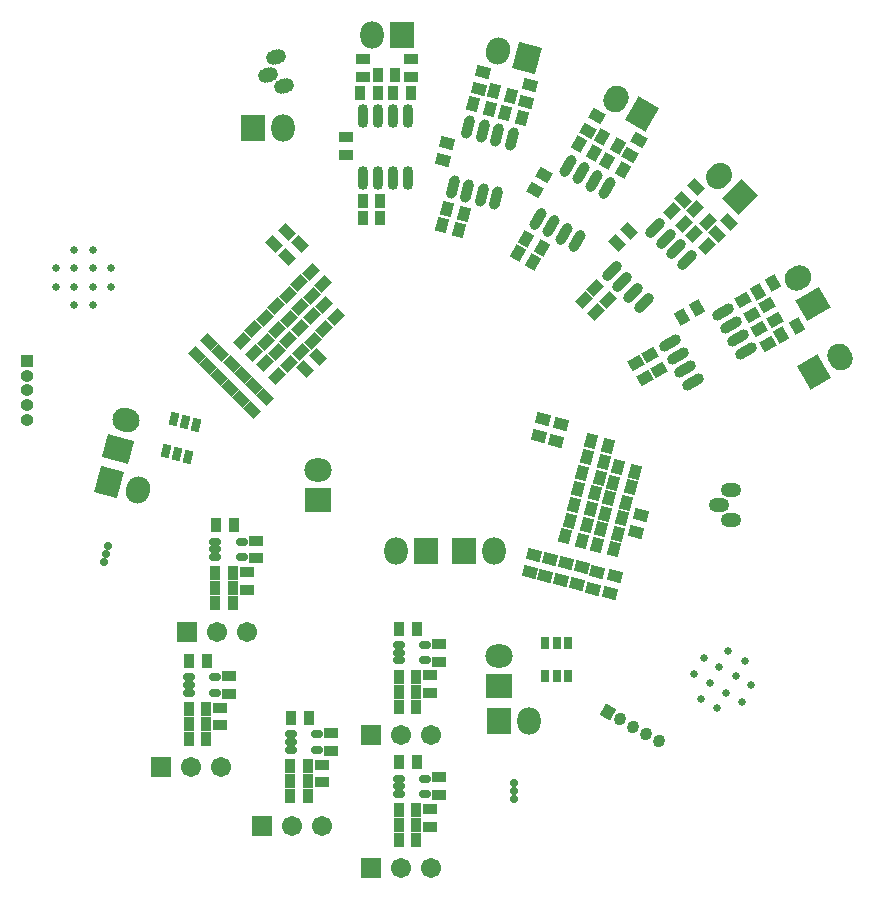
<source format=gbs>
G04*
G04 #@! TF.GenerationSoftware,Altium Limited,Altium Designer,21.1.1 (26)*
G04*
G04 Layer_Color=16711935*
%FSLAX25Y25*%
%MOIN*%
G70*
G04*
G04 #@! TF.SameCoordinates,985859E8-4EFC-4F0D-9A30-7684DD2826E4*
G04*
G04*
G04 #@! TF.FilePolarity,Negative*
G04*
G01*
G75*
G04:AMPARAMS|DCode=98|XSize=37.53mil|YSize=47.37mil|CornerRadius=0mil|HoleSize=0mil|Usage=FLASHONLY|Rotation=150.000|XOffset=0mil|YOffset=0mil|HoleType=Round|Shape=Rectangle|*
%AMROTATEDRECTD98*
4,1,4,0.02809,0.01113,0.00441,-0.02989,-0.02809,-0.01113,-0.00441,0.02989,0.02809,0.01113,0.0*
%
%ADD98ROTATEDRECTD98*%

G04:AMPARAMS|DCode=100|XSize=37.53mil|YSize=47.37mil|CornerRadius=0mil|HoleSize=0mil|Usage=FLASHONLY|Rotation=60.000|XOffset=0mil|YOffset=0mil|HoleType=Round|Shape=Rectangle|*
%AMROTATEDRECTD100*
4,1,4,0.01113,-0.02809,-0.02989,-0.00441,-0.01113,0.02809,0.02989,0.00441,0.01113,-0.02809,0.0*
%
%ADD100ROTATEDRECTD100*%

G04:AMPARAMS|DCode=104|XSize=37.53mil|YSize=47.37mil|CornerRadius=0mil|HoleSize=0mil|Usage=FLASHONLY|Rotation=255.000|XOffset=0mil|YOffset=0mil|HoleType=Round|Shape=Rectangle|*
%AMROTATEDRECTD104*
4,1,4,-0.01802,0.02426,0.02774,0.01199,0.01802,-0.02426,-0.02774,-0.01199,-0.01802,0.02426,0.0*
%
%ADD104ROTATEDRECTD104*%

%ADD105R,0.04737X0.03753*%
G04:AMPARAMS|DCode=109|XSize=23.75mil|YSize=41.47mil|CornerRadius=5.97mil|HoleSize=0mil|Usage=FLASHONLY|Rotation=270.000|XOffset=0mil|YOffset=0mil|HoleType=Round|Shape=RoundedRectangle|*
%AMROUNDEDRECTD109*
21,1,0.02375,0.02953,0,0,270.0*
21,1,0.01181,0.04147,0,0,270.0*
1,1,0.01194,-0.01476,-0.00591*
1,1,0.01194,-0.01476,0.00591*
1,1,0.01194,0.01476,0.00591*
1,1,0.01194,0.01476,-0.00591*
%
%ADD109ROUNDEDRECTD109*%
G04:AMPARAMS|DCode=110|XSize=37.53mil|YSize=47.37mil|CornerRadius=0mil|HoleSize=0mil|Usage=FLASHONLY|Rotation=225.000|XOffset=0mil|YOffset=0mil|HoleType=Round|Shape=Rectangle|*
%AMROTATEDRECTD110*
4,1,4,-0.00348,0.03002,0.03002,-0.00348,0.00348,-0.03002,-0.03002,0.00348,-0.00348,0.03002,0.0*
%
%ADD110ROTATEDRECTD110*%

G04:AMPARAMS|DCode=111|XSize=27.62mil|YSize=43.37mil|CornerRadius=0mil|HoleSize=0mil|Usage=FLASHONLY|Rotation=345.000|XOffset=0mil|YOffset=0mil|HoleType=Round|Shape=Rectangle|*
%AMROTATEDRECTD111*
4,1,4,-0.01895,-0.01737,-0.00773,0.02452,0.01895,0.01737,0.00773,-0.02452,-0.01895,-0.01737,0.0*
%
%ADD111ROTATEDRECTD111*%

G04:AMPARAMS|DCode=112|XSize=37.53mil|YSize=47.37mil|CornerRadius=0mil|HoleSize=0mil|Usage=FLASHONLY|Rotation=165.000|XOffset=0mil|YOffset=0mil|HoleType=Round|Shape=Rectangle|*
%AMROTATEDRECTD112*
4,1,4,0.02426,0.01802,0.01199,-0.02774,-0.02426,-0.01802,-0.01199,0.02774,0.02426,0.01802,0.0*
%
%ADD112ROTATEDRECTD112*%

G04:AMPARAMS|DCode=123|XSize=35.56mil|YSize=78.87mil|CornerRadius=0mil|HoleSize=0mil|Usage=FLASHONLY|Rotation=345.000|XOffset=0mil|YOffset=0mil|HoleType=Round|Shape=Round|*
%AMOVALD123*
21,1,0.04331,0.03556,0.00000,0.00000,75.0*
1,1,0.03556,-0.00560,-0.02092*
1,1,0.03556,0.00560,0.02092*
%
%ADD123OVALD123*%

G04:AMPARAMS|DCode=124|XSize=35.56mil|YSize=78.87mil|CornerRadius=0mil|HoleSize=0mil|Usage=FLASHONLY|Rotation=330.000|XOffset=0mil|YOffset=0mil|HoleType=Round|Shape=Round|*
%AMOVALD124*
21,1,0.04331,0.03556,0.00000,0.00000,60.0*
1,1,0.03556,-0.01083,-0.01875*
1,1,0.03556,0.01083,0.01875*
%
%ADD124OVALD124*%

G04:AMPARAMS|DCode=125|XSize=37.53mil|YSize=47.37mil|CornerRadius=0mil|HoleSize=0mil|Usage=FLASHONLY|Rotation=315.000|XOffset=0mil|YOffset=0mil|HoleType=Round|Shape=Rectangle|*
%AMROTATEDRECTD125*
4,1,4,-0.03002,-0.00348,0.00348,0.03002,0.03002,0.00348,-0.00348,-0.03002,-0.03002,-0.00348,0.0*
%
%ADD125ROTATEDRECTD125*%

G04:AMPARAMS|DCode=126|XSize=35.56mil|YSize=78.87mil|CornerRadius=0mil|HoleSize=0mil|Usage=FLASHONLY|Rotation=315.000|XOffset=0mil|YOffset=0mil|HoleType=Round|Shape=Round|*
%AMOVALD126*
21,1,0.04331,0.03556,0.00000,0.00000,45.0*
1,1,0.03556,-0.01531,-0.01531*
1,1,0.03556,0.01531,0.01531*
%
%ADD126OVALD126*%

G04:AMPARAMS|DCode=127|XSize=37.53mil|YSize=47.37mil|CornerRadius=0mil|HoleSize=0mil|Usage=FLASHONLY|Rotation=300.000|XOffset=0mil|YOffset=0mil|HoleType=Round|Shape=Rectangle|*
%AMROTATEDRECTD127*
4,1,4,-0.02989,0.00441,0.01113,0.02809,0.02989,-0.00441,-0.01113,-0.02809,-0.02989,0.00441,0.0*
%
%ADD127ROTATEDRECTD127*%

G04:AMPARAMS|DCode=128|XSize=37.53mil|YSize=47.37mil|CornerRadius=0mil|HoleSize=0mil|Usage=FLASHONLY|Rotation=210.000|XOffset=0mil|YOffset=0mil|HoleType=Round|Shape=Rectangle|*
%AMROTATEDRECTD128*
4,1,4,0.00441,0.02989,0.02809,-0.01113,-0.00441,-0.02989,-0.02809,0.01113,0.00441,0.02989,0.0*
%
%ADD128ROTATEDRECTD128*%

G04:AMPARAMS|DCode=129|XSize=35.56mil|YSize=78.87mil|CornerRadius=0mil|HoleSize=0mil|Usage=FLASHONLY|Rotation=300.000|XOffset=0mil|YOffset=0mil|HoleType=Round|Shape=Round|*
%AMOVALD129*
21,1,0.04331,0.03556,0.00000,0.00000,30.0*
1,1,0.03556,-0.01875,-0.01083*
1,1,0.03556,0.01875,0.01083*
%
%ADD129OVALD129*%

%ADD140R,0.03753X0.04737*%
%ADD143R,0.02762X0.04337*%
%ADD157O,0.03556X0.07887*%
%ADD163R,0.09068X0.07887*%
%ADD164O,0.09068X0.07887*%
G04:AMPARAMS|DCode=165|XSize=78.87mil|YSize=90.68mil|CornerRadius=0mil|HoleSize=0mil|Usage=FLASHONLY|Rotation=75.000|XOffset=0mil|YOffset=0mil|HoleType=Round|Shape=Round|*
%AMOVALD165*
21,1,0.01181,0.07887,0.00000,0.00000,165.0*
1,1,0.07887,0.00570,-0.00153*
1,1,0.07887,-0.00570,0.00153*
%
%ADD165OVALD165*%

G04:AMPARAMS|DCode=166|XSize=78.87mil|YSize=90.68mil|CornerRadius=0mil|HoleSize=0mil|Usage=FLASHONLY|Rotation=75.000|XOffset=0mil|YOffset=0mil|HoleType=Round|Shape=Rectangle|*
%AMROTATEDRECTD166*
4,1,4,0.03359,-0.04982,-0.05400,-0.02636,-0.03359,0.04982,0.05400,0.02636,0.03359,-0.04982,0.0*
%
%ADD166ROTATEDRECTD166*%

G04:AMPARAMS|DCode=167|XSize=78.87mil|YSize=90.68mil|CornerRadius=0mil|HoleSize=0mil|Usage=FLASHONLY|Rotation=345.000|XOffset=0mil|YOffset=0mil|HoleType=Round|Shape=Rectangle|*
%AMROTATEDRECTD167*
4,1,4,-0.04982,-0.03359,-0.02636,0.05400,0.04982,0.03359,0.02636,-0.05400,-0.04982,-0.03359,0.0*
%
%ADD167ROTATEDRECTD167*%

G04:AMPARAMS|DCode=168|XSize=78.87mil|YSize=90.68mil|CornerRadius=0mil|HoleSize=0mil|Usage=FLASHONLY|Rotation=345.000|XOffset=0mil|YOffset=0mil|HoleType=Round|Shape=Round|*
%AMOVALD168*
21,1,0.01181,0.07887,0.00000,0.00000,75.0*
1,1,0.07887,-0.00153,-0.00570*
1,1,0.07887,0.00153,0.00570*
%
%ADD168OVALD168*%

G04:AMPARAMS|DCode=169|XSize=78.87mil|YSize=90.68mil|CornerRadius=0mil|HoleSize=0mil|Usage=FLASHONLY|Rotation=150.000|XOffset=0mil|YOffset=0mil|HoleType=Round|Shape=Rectangle|*
%AMROTATEDRECTD169*
4,1,4,0.05682,0.01955,0.01148,-0.05898,-0.05682,-0.01955,-0.01148,0.05898,0.05682,0.01955,0.0*
%
%ADD169ROTATEDRECTD169*%

G04:AMPARAMS|DCode=170|XSize=78.87mil|YSize=90.68mil|CornerRadius=0mil|HoleSize=0mil|Usage=FLASHONLY|Rotation=150.000|XOffset=0mil|YOffset=0mil|HoleType=Round|Shape=Round|*
%AMOVALD170*
21,1,0.01181,0.07887,0.00000,0.00000,240.0*
1,1,0.07887,0.00295,0.00511*
1,1,0.07887,-0.00295,-0.00511*
%
%ADD170OVALD170*%

G04:AMPARAMS|DCode=171|XSize=78.87mil|YSize=90.68mil|CornerRadius=0mil|HoleSize=0mil|Usage=FLASHONLY|Rotation=135.000|XOffset=0mil|YOffset=0mil|HoleType=Round|Shape=Rectangle|*
%AMROTATEDRECTD171*
4,1,4,0.05994,0.00418,-0.00418,-0.05994,-0.05994,-0.00418,0.00418,0.05994,0.05994,0.00418,0.0*
%
%ADD171ROTATEDRECTD171*%

G04:AMPARAMS|DCode=172|XSize=78.87mil|YSize=90.68mil|CornerRadius=0mil|HoleSize=0mil|Usage=FLASHONLY|Rotation=135.000|XOffset=0mil|YOffset=0mil|HoleType=Round|Shape=Round|*
%AMOVALD172*
21,1,0.01181,0.07887,0.00000,0.00000,225.0*
1,1,0.07887,0.00418,0.00418*
1,1,0.07887,-0.00418,-0.00418*
%
%ADD172OVALD172*%

G04:AMPARAMS|DCode=173|XSize=78.87mil|YSize=90.68mil|CornerRadius=0mil|HoleSize=0mil|Usage=FLASHONLY|Rotation=120.000|XOffset=0mil|YOffset=0mil|HoleType=Round|Shape=Rectangle|*
%AMROTATEDRECTD173*
4,1,4,0.05898,-0.01148,-0.01955,-0.05682,-0.05898,0.01148,0.01955,0.05682,0.05898,-0.01148,0.0*
%
%ADD173ROTATEDRECTD173*%

G04:AMPARAMS|DCode=174|XSize=78.87mil|YSize=90.68mil|CornerRadius=0mil|HoleSize=0mil|Usage=FLASHONLY|Rotation=120.000|XOffset=0mil|YOffset=0mil|HoleType=Round|Shape=Round|*
%AMOVALD174*
21,1,0.01181,0.07887,0.00000,0.00000,210.0*
1,1,0.07887,0.00511,0.00295*
1,1,0.07887,-0.00511,-0.00295*
%
%ADD174OVALD174*%

G04:AMPARAMS|DCode=175|XSize=78.87mil|YSize=90.68mil|CornerRadius=0mil|HoleSize=0mil|Usage=FLASHONLY|Rotation=30.000|XOffset=0mil|YOffset=0mil|HoleType=Round|Shape=Round|*
%AMOVALD175*
21,1,0.01181,0.07887,0.00000,0.00000,120.0*
1,1,0.07887,0.00295,-0.00511*
1,1,0.07887,-0.00295,0.00511*
%
%ADD175OVALD175*%

G04:AMPARAMS|DCode=176|XSize=78.87mil|YSize=90.68mil|CornerRadius=0mil|HoleSize=0mil|Usage=FLASHONLY|Rotation=30.000|XOffset=0mil|YOffset=0mil|HoleType=Round|Shape=Rectangle|*
%AMROTATEDRECTD176*
4,1,4,-0.01148,-0.05898,-0.05682,0.01955,0.01148,0.05898,0.05682,-0.01955,-0.01148,-0.05898,0.0*
%
%ADD176ROTATEDRECTD176*%

%ADD177O,0.07887X0.09068*%
%ADD178R,0.07887X0.09068*%
%ADD179O,0.04343X0.03950*%
%ADD180R,0.04343X0.03950*%
G04:AMPARAMS|DCode=181|XSize=43.43mil|YSize=39.5mil|CornerRadius=0mil|HoleSize=0mil|Usage=FLASHONLY|Rotation=240.000|XOffset=0mil|YOffset=0mil|HoleType=Round|Shape=Round|*
%AMOVALD181*
21,1,0.00394,0.03950,0.00000,0.00000,240.0*
1,1,0.03950,0.00098,0.00171*
1,1,0.03950,-0.00098,-0.00171*
%
%ADD181OVALD181*%

G04:AMPARAMS|DCode=182|XSize=43.43mil|YSize=39.5mil|CornerRadius=0mil|HoleSize=0mil|Usage=FLASHONLY|Rotation=240.000|XOffset=0mil|YOffset=0mil|HoleType=Round|Shape=Rectangle|*
%AMROTATEDRECTD182*
4,1,4,-0.00624,0.02868,0.02796,0.00893,0.00624,-0.02868,-0.02796,-0.00893,-0.00624,0.02868,0.0*
%
%ADD182ROTATEDRECTD182*%

%ADD183C,0.06706*%
%ADD184R,0.06706X0.06706*%
G04:AMPARAMS|DCode=185|XSize=48mil|YSize=68mil|CornerRadius=0mil|HoleSize=0mil|Usage=FLASHONLY|Rotation=105.000|XOffset=0mil|YOffset=0mil|HoleType=Round|Shape=Round|*
%AMOVALD185*
21,1,0.02000,0.04800,0.00000,0.00000,195.0*
1,1,0.04800,0.00966,0.00259*
1,1,0.04800,-0.00966,-0.00259*
%
%ADD185OVALD185*%

%ADD186O,0.06800X0.04800*%
%ADD187C,0.02572*%
%ADD188C,0.02769*%
D98*
X62294Y98283D02*
D03*
X57180Y101236D02*
D03*
X58943Y93476D02*
D03*
X64057Y90524D02*
D03*
X54557Y96024D02*
D03*
X49443Y98976D02*
D03*
X36964Y64410D02*
D03*
X31850Y67363D02*
D03*
X34214Y59647D02*
D03*
X29100Y62600D02*
D03*
D100*
X66524Y95443D02*
D03*
X69476Y100557D02*
D03*
X52583Y103368D02*
D03*
X55536Y108482D02*
D03*
X34819Y83601D02*
D03*
X37772Y88715D02*
D03*
D104*
X17572Y123137D02*
D03*
X16044Y117433D02*
D03*
X31736Y113148D02*
D03*
X33264Y118852D02*
D03*
X5531Y99446D02*
D03*
X4002Y93742D02*
D03*
X37589Y7383D02*
D03*
X36061Y1679D02*
D03*
X43385Y5830D02*
D03*
X41856Y126D02*
D03*
X68509Y-30218D02*
D03*
X70038Y-24514D02*
D03*
X59791Y-50620D02*
D03*
X61319Y-44915D02*
D03*
X55549Y-43443D02*
D03*
X54021Y-49147D02*
D03*
X50298Y-42036D02*
D03*
X48770Y-47740D02*
D03*
X43519Y-46333D02*
D03*
X45047Y-40629D02*
D03*
X38267Y-44926D02*
D03*
X39796Y-39222D02*
D03*
X34545Y-37815D02*
D03*
X33016Y-43519D02*
D03*
D105*
X-22700Y127453D02*
D03*
X-22700Y121547D02*
D03*
X-6500Y121547D02*
D03*
X-6500Y127453D02*
D03*
X2747Y-67547D02*
D03*
Y-73453D02*
D03*
X-253Y-78047D02*
D03*
Y-83953D02*
D03*
X2775Y-117965D02*
D03*
X2775Y-112059D02*
D03*
X-225Y-128465D02*
D03*
X-225Y-122559D02*
D03*
X-33268Y-97318D02*
D03*
Y-103224D02*
D03*
X-36268Y-107818D02*
D03*
X-36268Y-113724D02*
D03*
X-67202Y-78342D02*
D03*
X-67202Y-84248D02*
D03*
X-70202Y-88842D02*
D03*
Y-94748D02*
D03*
X-58368Y-39024D02*
D03*
X-58368Y-33118D02*
D03*
X-61368Y-49524D02*
D03*
X-61368Y-43618D02*
D03*
X-28200Y95547D02*
D03*
X-28200Y101453D02*
D03*
D109*
X-1824Y-73059D02*
D03*
X-1824Y-67941D02*
D03*
X-10682Y-67941D02*
D03*
X-10682Y-70500D02*
D03*
X-10682Y-73059D02*
D03*
X-1796Y-117571D02*
D03*
Y-112453D02*
D03*
X-10654Y-112453D02*
D03*
X-10654Y-115012D02*
D03*
X-10654Y-117571D02*
D03*
X-46697Y-102830D02*
D03*
Y-100271D02*
D03*
Y-97712D02*
D03*
X-37839D02*
D03*
Y-102830D02*
D03*
X-71773Y-83854D02*
D03*
X-71773Y-78736D02*
D03*
X-80632Y-78736D02*
D03*
X-80632Y-81295D02*
D03*
X-80632Y-83854D02*
D03*
X-62938Y-38630D02*
D03*
X-62938Y-33512D02*
D03*
X-71797Y-33512D02*
D03*
X-71797Y-36071D02*
D03*
X-71797Y-38630D02*
D03*
D110*
X88464Y84664D02*
D03*
X84289Y80489D02*
D03*
X95412Y68912D02*
D03*
X99588Y73088D02*
D03*
X66190Y70169D02*
D03*
X62015Y65993D02*
D03*
X-37536Y28111D02*
D03*
X-41711Y23935D02*
D03*
X-47883Y69838D02*
D03*
X-52059Y65662D02*
D03*
X-43640Y65595D02*
D03*
X-47816Y61419D02*
D03*
X-55343Y14633D02*
D03*
X-59519Y10457D02*
D03*
X-63196Y14134D02*
D03*
X-59020Y18310D02*
D03*
X-66873Y17811D02*
D03*
X-62697Y21987D02*
D03*
X-66374Y25664D02*
D03*
X-70550Y21488D02*
D03*
X-74227Y25165D02*
D03*
X-70051Y29341D02*
D03*
X-73728Y33018D02*
D03*
X-77904Y28842D02*
D03*
D111*
X-81033Y-5157D02*
D03*
X-78231Y5301D02*
D03*
X-81844Y6269D02*
D03*
X-85457Y7237D02*
D03*
X-88259Y-3221D02*
D03*
X-84646Y-4189D02*
D03*
D112*
X21036Y116564D02*
D03*
X26741Y115035D02*
D03*
X24648Y109264D02*
D03*
X30352Y107736D02*
D03*
X19852Y110736D02*
D03*
X14148Y112264D02*
D03*
X11041Y75761D02*
D03*
X5336Y77289D02*
D03*
X3913Y71976D02*
D03*
X9617Y70448D02*
D03*
X68025Y-10222D02*
D03*
X62321Y-8693D02*
D03*
X66643Y-15380D02*
D03*
X60939Y-13851D02*
D03*
X65261Y-20538D02*
D03*
X59557Y-19009D02*
D03*
X63879Y-25696D02*
D03*
X58175Y-24167D02*
D03*
X62497Y-30854D02*
D03*
X56793Y-29325D02*
D03*
X55411Y-34483D02*
D03*
X61115Y-36012D02*
D03*
X53424Y6D02*
D03*
X59128Y-1522D02*
D03*
X52005Y-5291D02*
D03*
X57709Y-6819D02*
D03*
X50586Y-10587D02*
D03*
X56290Y-12115D02*
D03*
X49166Y-15883D02*
D03*
X54871Y-17412D02*
D03*
X47747Y-21180D02*
D03*
X53452Y-22708D02*
D03*
X46328Y-26476D02*
D03*
X52032Y-28005D02*
D03*
X44909Y-31773D02*
D03*
X50613Y-33301D02*
D03*
D123*
X12599Y104575D02*
D03*
X17428Y103281D02*
D03*
X22258Y101987D02*
D03*
X7300Y84800D02*
D03*
X12130Y83506D02*
D03*
X16960Y82212D02*
D03*
X21789Y80918D02*
D03*
X27088Y100693D02*
D03*
D124*
X48681Y66610D02*
D03*
X44351Y69110D02*
D03*
X40021Y71610D02*
D03*
X35691Y74110D02*
D03*
X54587Y86840D02*
D03*
X50257Y89340D02*
D03*
X45927Y91840D02*
D03*
X58917Y84340D02*
D03*
D125*
X88178Y77240D02*
D03*
X92353Y73064D02*
D03*
X87912Y69088D02*
D03*
X92088Y64912D02*
D03*
X84588Y72412D02*
D03*
X80412Y76588D02*
D03*
X51055Y47188D02*
D03*
X55230Y43012D02*
D03*
X59119Y46901D02*
D03*
X54944Y51077D02*
D03*
X-43266Y29606D02*
D03*
X-47442Y33781D02*
D03*
X-39348Y33523D02*
D03*
X-43524Y37699D02*
D03*
X-35431Y37440D02*
D03*
X-39607Y41616D02*
D03*
X-31514Y41358D02*
D03*
X-35690Y45533D02*
D03*
X-40003Y56494D02*
D03*
X-35827Y52318D02*
D03*
X-43833Y52663D02*
D03*
X-39657Y48487D02*
D03*
X-47663Y48833D02*
D03*
X-43487Y44657D02*
D03*
X-51493Y45003D02*
D03*
X-47317Y40827D02*
D03*
X-55324Y41173D02*
D03*
X-51148Y36997D02*
D03*
X-59154Y37343D02*
D03*
X-54978Y33167D02*
D03*
X-47183Y25688D02*
D03*
X-51359Y29864D02*
D03*
X-55276Y25947D02*
D03*
X-51100Y21771D02*
D03*
X-62984Y33512D02*
D03*
X-58808Y29337D02*
D03*
D126*
X71007Y45993D02*
D03*
X67471Y49529D02*
D03*
X63936Y53065D02*
D03*
X60400Y56600D02*
D03*
X81947Y64005D02*
D03*
X78412Y67541D02*
D03*
X74876Y71076D02*
D03*
X85483Y60470D02*
D03*
D127*
X114926Y40433D02*
D03*
X111973Y45547D02*
D03*
X109524Y37557D02*
D03*
X112476Y32443D02*
D03*
X106976Y41943D02*
D03*
X104024Y47057D02*
D03*
X76053Y23763D02*
D03*
X73100Y28877D02*
D03*
X71290Y21013D02*
D03*
X68337Y26127D02*
D03*
D128*
X109057Y49692D02*
D03*
X114172Y52644D02*
D03*
X116943Y35524D02*
D03*
X122057Y38476D02*
D03*
X83791Y41455D02*
D03*
X88905Y44407D02*
D03*
D129*
X87300Y19809D02*
D03*
X84800Y24139D02*
D03*
X82300Y28470D02*
D03*
X79800Y32800D02*
D03*
X102530Y34376D02*
D03*
X100030Y38706D02*
D03*
X97530Y43036D02*
D03*
X105030Y30046D02*
D03*
D140*
X-17653Y122000D02*
D03*
X-11747D02*
D03*
X-22653Y80000D02*
D03*
X-23453Y116000D02*
D03*
X-6547D02*
D03*
X-16747Y74500D02*
D03*
X-22653Y74500D02*
D03*
X-12453Y116000D02*
D03*
X-17547Y116000D02*
D03*
X-16747Y80000D02*
D03*
X-40815Y-118271D02*
D03*
X-46720D02*
D03*
X-46465Y-92271D02*
D03*
X-40559Y-92271D02*
D03*
X-40815Y-108271D02*
D03*
X-46720Y-108271D02*
D03*
X-40815Y-113271D02*
D03*
X-46720D02*
D03*
X-71820Y-49071D02*
D03*
X-65915D02*
D03*
X-74749Y-94295D02*
D03*
X-80655Y-94295D02*
D03*
X-4800Y-83500D02*
D03*
X-10706D02*
D03*
X-10678Y-128012D02*
D03*
X-4772Y-128012D02*
D03*
X-71820Y-44071D02*
D03*
X-65915Y-44071D02*
D03*
X-74750Y-89295D02*
D03*
X-80655Y-89295D02*
D03*
X-4800Y-78500D02*
D03*
X-10706D02*
D03*
X-10678Y-123012D02*
D03*
X-4772Y-123012D02*
D03*
X-65659Y-28071D02*
D03*
X-71565Y-28071D02*
D03*
X-80399Y-73295D02*
D03*
X-74494D02*
D03*
X-10450Y-62500D02*
D03*
X-4544D02*
D03*
X-4516Y-107012D02*
D03*
X-10422Y-107012D02*
D03*
X-71820Y-54071D02*
D03*
X-65915Y-54071D02*
D03*
X-74750Y-99295D02*
D03*
X-80655Y-99295D02*
D03*
X-4800Y-88500D02*
D03*
X-10706D02*
D03*
X-10678Y-133012D02*
D03*
X-4772Y-133012D02*
D03*
D143*
X41976Y-78267D02*
D03*
X38236Y-78267D02*
D03*
X38236Y-67440D02*
D03*
X41976Y-67440D02*
D03*
X45717Y-67440D02*
D03*
X45717Y-78267D02*
D03*
D157*
X-7700Y108236D02*
D03*
X-7700Y87764D02*
D03*
X-12700D02*
D03*
X-17700Y87764D02*
D03*
X-22700Y87764D02*
D03*
X-12700Y108236D02*
D03*
X-17700Y108236D02*
D03*
X-22700Y108236D02*
D03*
D163*
X22703Y-81700D02*
D03*
X-37500Y-19500D02*
D03*
D164*
X22703Y-71700D02*
D03*
X-37500Y-9500D02*
D03*
D165*
X-101563Y7142D02*
D03*
D166*
X-104151Y-2517D02*
D03*
D167*
X-107127Y-13625D02*
D03*
X31965Y127612D02*
D03*
D168*
X-97468Y-16213D02*
D03*
X22306Y130200D02*
D03*
D169*
X70596Y109079D02*
D03*
D170*
X61936Y114079D02*
D03*
D171*
X103166Y81343D02*
D03*
D172*
X96095Y88414D02*
D03*
D173*
X127513Y45631D02*
D03*
D174*
X122513Y54291D02*
D03*
D175*
X136592Y27902D02*
D03*
D176*
X127932Y22902D02*
D03*
D177*
X-49194Y104446D02*
D03*
X-19700Y135500D02*
D03*
X32703Y-93200D02*
D03*
X-11495Y-36758D02*
D03*
X21005Y-36758D02*
D03*
D178*
X-59194Y104446D02*
D03*
X-9700Y135500D02*
D03*
X22703Y-93200D02*
D03*
X-1495Y-36758D02*
D03*
X11005Y-36758D02*
D03*
D179*
X-134434Y21881D02*
D03*
X-134434Y16960D02*
D03*
X-134434Y7117D02*
D03*
X-134434Y12039D02*
D03*
D180*
X-134434Y26802D02*
D03*
D181*
X76040Y-100075D02*
D03*
X71778Y-97614D02*
D03*
X67516Y-95153D02*
D03*
X63254Y-92693D02*
D03*
D182*
X58992Y-90232D02*
D03*
D183*
X-36314Y-128186D02*
D03*
X-46314D02*
D03*
X-71053Y-63500D02*
D03*
X-61053Y-63500D02*
D03*
X-69887Y-108724D02*
D03*
X-79887Y-108724D02*
D03*
X62Y-97929D02*
D03*
X-9938D02*
D03*
X-9910Y-142441D02*
D03*
X90Y-142441D02*
D03*
D184*
X-56314Y-128186D02*
D03*
X-81053Y-63500D02*
D03*
X-89887Y-108724D02*
D03*
X-19938Y-97929D02*
D03*
X-19910Y-142441D02*
D03*
D185*
X-51479Y128037D02*
D03*
X-54048Y122172D02*
D03*
X-48891Y118377D02*
D03*
D186*
X99958Y-26376D02*
D03*
X95958Y-21376D02*
D03*
X99958Y-16376D02*
D03*
D187*
X106927Y-81389D02*
D03*
X103763Y-86868D02*
D03*
X104734Y-73206D02*
D03*
X101739Y-78394D02*
D03*
X98576Y-83873D02*
D03*
X95580Y-89061D02*
D03*
X99255Y-70043D02*
D03*
X96260Y-75230D02*
D03*
X93096Y-80710D02*
D03*
X90101Y-85897D02*
D03*
X91072Y-72235D02*
D03*
X87909Y-77715D02*
D03*
X-106646Y57863D02*
D03*
X-106646Y51537D02*
D03*
X-112637Y63854D02*
D03*
Y57863D02*
D03*
Y51537D02*
D03*
Y45546D02*
D03*
X-118963Y63854D02*
D03*
X-118963Y57863D02*
D03*
X-118963Y51537D02*
D03*
X-118963Y45546D02*
D03*
X-124954Y57863D02*
D03*
X-124953Y51537D02*
D03*
D188*
X-108231Y-37604D02*
D03*
X-107518Y-34942D02*
D03*
X-108944Y-40266D02*
D03*
X27843Y-119403D02*
D03*
Y-113891D02*
D03*
X27843Y-116647D02*
D03*
M02*

</source>
